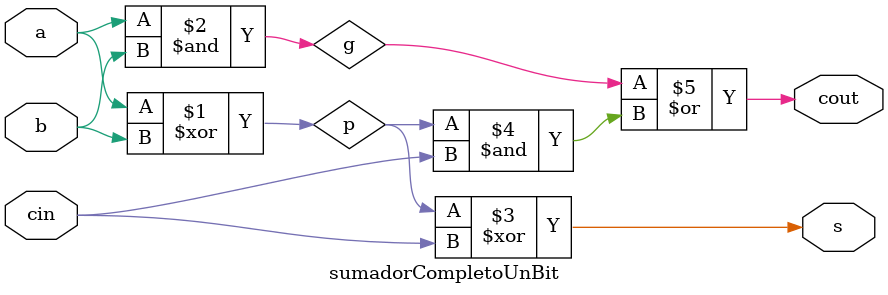
<source format=sv>
module sumadorCompletoUnBit(input logic a, b, cin,
									 output logic s, cout);
	logic p, g;
	
	assign p = a ^ b;
	assign g = a & b;
	assign s = p ^ cin;
	assign cout = g | (p & cin);
endmodule
</source>
